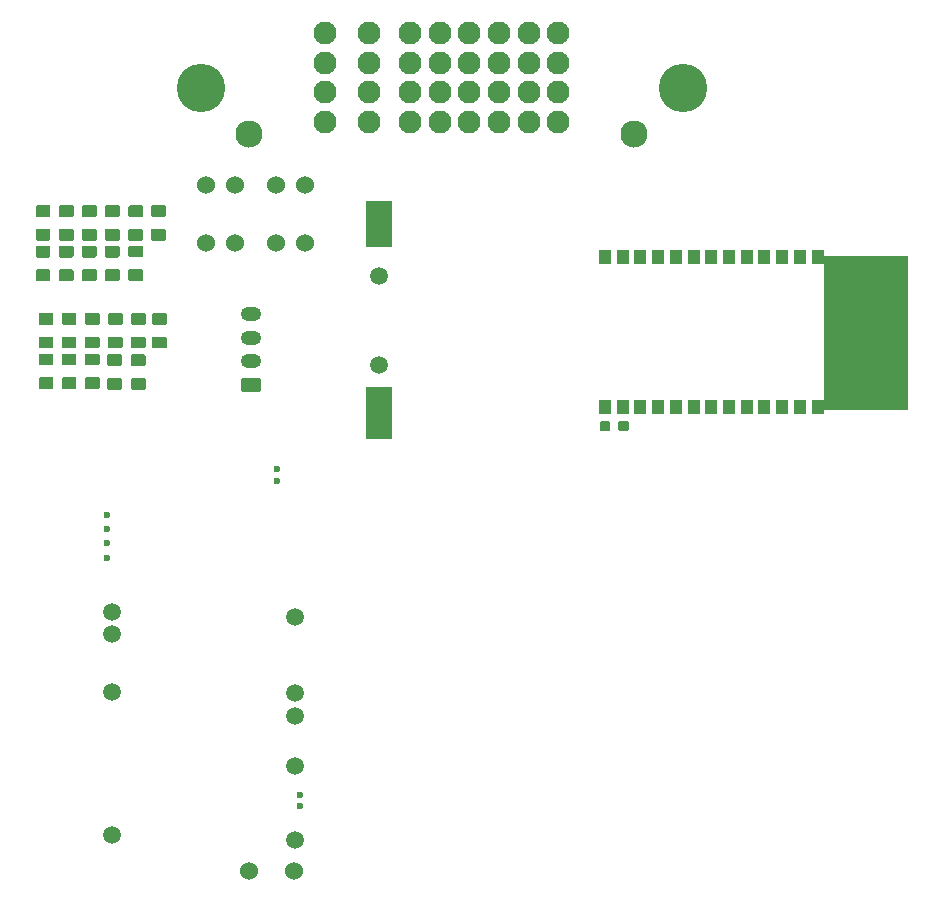
<source format=gbs>
G04 #@! TF.GenerationSoftware,KiCad,Pcbnew,8.0.4-8.0.4-0~ubuntu22.04.1*
G04 #@! TF.CreationDate,2024-07-20T17:29:31+00:00*
G04 #@! TF.ProjectId,PROLT,50524f4c-542e-46b6-9963-61645f706362,rev?*
G04 #@! TF.SameCoordinates,Original*
G04 #@! TF.FileFunction,Soldermask,Bot*
G04 #@! TF.FilePolarity,Negative*
%FSLAX46Y46*%
G04 Gerber Fmt 4.6, Leading zero omitted, Abs format (unit mm)*
G04 Created by KiCad (PCBNEW 8.0.4-8.0.4-0~ubuntu22.04.1) date 2024-07-20 17:29:31*
%MOMM*%
%LPD*%
G01*
G04 APERTURE LIST*
%ADD10C,0.120000*%
%ADD11C,1.524000*%
%ADD12O,1.750000X1.200000*%
%ADD13C,4.100000*%
%ADD14C,2.300000*%
%ADD15C,1.950000*%
%ADD16C,0.600000*%
%ADD17C,1.500000*%
%ADD18R,1.000000X1.300000*%
%ADD19R,2.299995X4.399991*%
%ADD20R,2.299995X3.999992*%
G04 APERTURE END LIST*
D10*
G04 #@! TO.C,U1*
X79400000Y40962500D02*
X72400000Y40962500D01*
X72400000Y53962500D01*
X79400000Y53962500D01*
X79400000Y40962500D01*
G36*
X79400000Y40962500D02*
G01*
X72400000Y40962500D01*
X72400000Y53962500D01*
X79400000Y53962500D01*
X79400000Y40962500D01*
G37*
G04 #@! TD*
D11*
G04 #@! TO.C,F7*
X28400000Y59950000D03*
X28400000Y55050000D03*
G04 #@! TD*
G04 #@! TO.C,J2*
G36*
G01*
X24475000Y42400000D02*
X23225000Y42400000D01*
G75*
G02*
X22975000Y42650000I0J250000D01*
G01*
X22975000Y43350000D01*
G75*
G02*
X23225000Y43600000I250000J0D01*
G01*
X24475000Y43600000D01*
G75*
G02*
X24725000Y43350000I0J-250000D01*
G01*
X24725000Y42650000D01*
G75*
G02*
X24475000Y42400000I-250000J0D01*
G01*
G37*
D12*
X23850000Y45000000D03*
X23850000Y47000000D03*
X23850000Y49000000D03*
G04 #@! TD*
D13*
G04 #@! TO.C,J1*
X60400000Y68150000D03*
D14*
X56300000Y64300000D03*
X23700000Y64300000D03*
D13*
X19600000Y68150000D03*
D15*
X49850000Y65300000D03*
X49850000Y67800000D03*
X49850000Y70300000D03*
X49850000Y72800000D03*
X47350000Y65300000D03*
X47350000Y67800000D03*
X47350000Y70300000D03*
X47350000Y72800000D03*
X44850000Y65300000D03*
X44850000Y67800000D03*
X44850000Y70300000D03*
X44850000Y72800000D03*
X42350000Y65300000D03*
X42350000Y67800000D03*
X42350000Y70300000D03*
X42350000Y72800000D03*
X39850000Y65300000D03*
X39850000Y67800000D03*
X39850000Y70300000D03*
X39850000Y72800000D03*
X37350000Y65300000D03*
X37350000Y67800000D03*
X37350000Y70300000D03*
X37350000Y72800000D03*
X33850000Y65300000D03*
X33850000Y67800000D03*
X33850000Y70300000D03*
X33850000Y72800000D03*
X30150000Y65300000D03*
X30150000Y67800000D03*
X30150000Y70300000D03*
X30150000Y72800000D03*
G04 #@! TD*
D11*
G04 #@! TO.C,F5*
X22500000Y59950000D03*
X22500000Y55050000D03*
G04 #@! TD*
G04 #@! TO.C,R16*
X23695000Y1900000D03*
X27505000Y1900000D03*
G04 #@! TD*
G04 #@! TO.C,F4*
X20000000Y59950000D03*
X20000000Y55050000D03*
G04 #@! TD*
G04 #@! TO.C,F6*
X26000000Y59950000D03*
X26000000Y55050000D03*
G04 #@! TD*
D16*
G04 #@! TO.C,M2*
X11662500Y30800000D03*
X11662500Y32000000D03*
X11662500Y29600000D03*
X11662500Y28400000D03*
X26087500Y34860000D03*
X26087500Y35860000D03*
G04 #@! TD*
D17*
G04 #@! TO.C,M3*
X27574995Y23324999D03*
X27574995Y16925002D03*
X27574995Y15024999D03*
X27574995Y10724999D03*
D16*
X28024994Y8325002D03*
X28024994Y7325001D03*
D17*
X27574995Y4474999D03*
X12074998Y23775001D03*
X12074998Y21925002D03*
X12074998Y16974999D03*
X12074998Y4925001D03*
G04 #@! TD*
G04 #@! TO.C,C6*
G36*
G01*
X14625079Y51814993D02*
X13575079Y51814993D01*
G75*
G02*
X13475079Y51914993I0J100000D01*
G01*
X13475079Y52714993D01*
G75*
G02*
X13575079Y52814993I100000J0D01*
G01*
X14625079Y52814993D01*
G75*
G02*
X14725079Y52714993I0J-100000D01*
G01*
X14725079Y51914993D01*
G75*
G02*
X14625079Y51814993I-100000J0D01*
G01*
G37*
G36*
G01*
X14625079Y53814993D02*
X13575079Y53814993D01*
G75*
G02*
X13475079Y53914993I0J100000D01*
G01*
X13475079Y54714993D01*
G75*
G02*
X13575079Y54814993I100000J0D01*
G01*
X14625079Y54814993D01*
G75*
G02*
X14725079Y54714993I0J-100000D01*
G01*
X14725079Y53914993D01*
G75*
G02*
X14625079Y53814993I-100000J0D01*
G01*
G37*
G04 #@! TD*
G04 #@! TO.C,C11*
G36*
G01*
X10675015Y51800000D02*
X9625015Y51800000D01*
G75*
G02*
X9525015Y51900000I0J100000D01*
G01*
X9525015Y52700000D01*
G75*
G02*
X9625015Y52800000I100000J0D01*
G01*
X10675015Y52800000D01*
G75*
G02*
X10775015Y52700000I0J-100000D01*
G01*
X10775015Y51900000D01*
G75*
G02*
X10675015Y51800000I-100000J0D01*
G01*
G37*
G36*
G01*
X10675015Y53800000D02*
X9625015Y53800000D01*
G75*
G02*
X9525015Y53900000I0J100000D01*
G01*
X9525015Y54700000D01*
G75*
G02*
X9625015Y54800000I100000J0D01*
G01*
X10675015Y54800000D01*
G75*
G02*
X10775015Y54700000I0J-100000D01*
G01*
X10775015Y53900000D01*
G75*
G02*
X10675015Y53800000I-100000J0D01*
G01*
G37*
G04 #@! TD*
G04 #@! TO.C,C4*
G36*
G01*
X9625015Y58230002D02*
X10675015Y58230002D01*
G75*
G02*
X10775015Y58130002I0J-100000D01*
G01*
X10775015Y57330002D01*
G75*
G02*
X10675015Y57230002I-100000J0D01*
G01*
X9625015Y57230002D01*
G75*
G02*
X9525015Y57330002I0J100000D01*
G01*
X9525015Y58130002D01*
G75*
G02*
X9625015Y58230002I100000J0D01*
G01*
G37*
G36*
G01*
X9625015Y56230002D02*
X10675015Y56230002D01*
G75*
G02*
X10775015Y56130002I0J-100000D01*
G01*
X10775015Y55330002D01*
G75*
G02*
X10675015Y55230002I-100000J0D01*
G01*
X9625015Y55230002D01*
G75*
G02*
X9525015Y55330002I0J100000D01*
G01*
X9525015Y56130002D01*
G75*
G02*
X9625015Y56230002I100000J0D01*
G01*
G37*
G04 #@! TD*
G04 #@! TO.C,C18*
G36*
G01*
X9875000Y49100000D02*
X10925000Y49100000D01*
G75*
G02*
X11025000Y49000000I0J-100000D01*
G01*
X11025000Y48200000D01*
G75*
G02*
X10925000Y48100000I-100000J0D01*
G01*
X9875000Y48100000D01*
G75*
G02*
X9775000Y48200000I0J100000D01*
G01*
X9775000Y49000000D01*
G75*
G02*
X9875000Y49100000I100000J0D01*
G01*
G37*
G36*
G01*
X9875000Y47100000D02*
X10925000Y47100000D01*
G75*
G02*
X11025000Y47000000I0J-100000D01*
G01*
X11025000Y46200000D01*
G75*
G02*
X10925000Y46100000I-100000J0D01*
G01*
X9875000Y46100000D01*
G75*
G02*
X9775000Y46200000I0J100000D01*
G01*
X9775000Y47000000D01*
G75*
G02*
X9875000Y47100000I100000J0D01*
G01*
G37*
G04 #@! TD*
D18*
G04 #@! TO.C,U1*
X71825000Y41112500D03*
X70325000Y41112500D03*
X68825000Y41112500D03*
X67325000Y41112500D03*
X65825000Y41112500D03*
X64325000Y41112500D03*
X62825000Y41112500D03*
X61325000Y41112500D03*
X59825000Y41112500D03*
X58325000Y41112500D03*
X56825000Y41112500D03*
X55325000Y41112500D03*
X53825000Y41112500D03*
X53825000Y53812500D03*
X55325000Y53812500D03*
X56825000Y53812500D03*
X58325000Y53812500D03*
X59825000Y53812500D03*
X61325000Y53812500D03*
X62825000Y53812500D03*
X64325000Y53812500D03*
X65825000Y53812500D03*
X67325000Y53812500D03*
X68825000Y53812500D03*
X70325000Y53812500D03*
X71825000Y53812500D03*
G04 #@! TD*
G04 #@! TO.C,C28*
G36*
G01*
X53384999Y39160000D02*
X53384999Y39840000D01*
G75*
G02*
X53469999Y39925000I85000J0D01*
G01*
X54149999Y39925000D01*
G75*
G02*
X54234999Y39840000I0J-85000D01*
G01*
X54234999Y39160000D01*
G75*
G02*
X54149999Y39075000I-85000J0D01*
G01*
X53469999Y39075000D01*
G75*
G02*
X53384999Y39160000I0J85000D01*
G01*
G37*
G36*
G01*
X54965001Y39160000D02*
X54965001Y39840000D01*
G75*
G02*
X55050001Y39925000I85000J0D01*
G01*
X55730001Y39925000D01*
G75*
G02*
X55815001Y39840000I0J-85000D01*
G01*
X55815001Y39160000D01*
G75*
G02*
X55730001Y39075000I-85000J0D01*
G01*
X55050001Y39075000D01*
G75*
G02*
X54965001Y39160000I0J85000D01*
G01*
G37*
G04 #@! TD*
G04 #@! TO.C,C25*
G36*
G01*
X10925000Y42669998D02*
X9875000Y42669998D01*
G75*
G02*
X9775000Y42769998I0J100000D01*
G01*
X9775000Y43569998D01*
G75*
G02*
X9875000Y43669998I100000J0D01*
G01*
X10925000Y43669998D01*
G75*
G02*
X11025000Y43569998I0J-100000D01*
G01*
X11025000Y42769998D01*
G75*
G02*
X10925000Y42669998I-100000J0D01*
G01*
G37*
G36*
G01*
X10925000Y44669998D02*
X9875000Y44669998D01*
G75*
G02*
X9775000Y44769998I0J100000D01*
G01*
X9775000Y45569998D01*
G75*
G02*
X9875000Y45669998I100000J0D01*
G01*
X10925000Y45669998D01*
G75*
G02*
X11025000Y45569998I0J-100000D01*
G01*
X11025000Y44769998D01*
G75*
G02*
X10925000Y44669998I-100000J0D01*
G01*
G37*
G04 #@! TD*
G04 #@! TO.C,C24*
G36*
G01*
X8975015Y42669998D02*
X7925015Y42669998D01*
G75*
G02*
X7825015Y42769998I0J100000D01*
G01*
X7825015Y43569998D01*
G75*
G02*
X7925015Y43669998I100000J0D01*
G01*
X8975015Y43669998D01*
G75*
G02*
X9075015Y43569998I0J-100000D01*
G01*
X9075015Y42769998D01*
G75*
G02*
X8975015Y42669998I-100000J0D01*
G01*
G37*
G36*
G01*
X8975015Y44669998D02*
X7925015Y44669998D01*
G75*
G02*
X7825015Y44769998I0J100000D01*
G01*
X7825015Y45569998D01*
G75*
G02*
X7925015Y45669998I100000J0D01*
G01*
X8975015Y45669998D01*
G75*
G02*
X9075015Y45569998I0J-100000D01*
G01*
X9075015Y44769998D01*
G75*
G02*
X8975015Y44669998I-100000J0D01*
G01*
G37*
G04 #@! TD*
G04 #@! TO.C,C9*
G36*
G01*
X6775045Y51800000D02*
X5725045Y51800000D01*
G75*
G02*
X5625045Y51900000I0J100000D01*
G01*
X5625045Y52700000D01*
G75*
G02*
X5725045Y52800000I100000J0D01*
G01*
X6775045Y52800000D01*
G75*
G02*
X6875045Y52700000I0J-100000D01*
G01*
X6875045Y51900000D01*
G75*
G02*
X6775045Y51800000I-100000J0D01*
G01*
G37*
G36*
G01*
X6775045Y53800000D02*
X5725045Y53800000D01*
G75*
G02*
X5625045Y53900000I0J100000D01*
G01*
X5625045Y54700000D01*
G75*
G02*
X5725045Y54800000I100000J0D01*
G01*
X6775045Y54800000D01*
G75*
G02*
X6875045Y54700000I0J-100000D01*
G01*
X6875045Y53900000D01*
G75*
G02*
X6775045Y53800000I-100000J0D01*
G01*
G37*
G04 #@! TD*
G04 #@! TO.C,C12*
G36*
G01*
X12625000Y51800000D02*
X11575000Y51800000D01*
G75*
G02*
X11475000Y51900000I0J100000D01*
G01*
X11475000Y52700000D01*
G75*
G02*
X11575000Y52800000I100000J0D01*
G01*
X12625000Y52800000D01*
G75*
G02*
X12725000Y52700000I0J-100000D01*
G01*
X12725000Y51900000D01*
G75*
G02*
X12625000Y51800000I-100000J0D01*
G01*
G37*
G36*
G01*
X12625000Y53800000D02*
X11575000Y53800000D01*
G75*
G02*
X11475000Y53900000I0J100000D01*
G01*
X11475000Y54700000D01*
G75*
G02*
X11575000Y54800000I100000J0D01*
G01*
X12625000Y54800000D01*
G75*
G02*
X12725000Y54700000I0J-100000D01*
G01*
X12725000Y53900000D01*
G75*
G02*
X12625000Y53800000I-100000J0D01*
G01*
G37*
G04 #@! TD*
G04 #@! TO.C,C10*
G36*
G01*
X8725030Y51800000D02*
X7675030Y51800000D01*
G75*
G02*
X7575030Y51900000I0J100000D01*
G01*
X7575030Y52700000D01*
G75*
G02*
X7675030Y52800000I100000J0D01*
G01*
X8725030Y52800000D01*
G75*
G02*
X8825030Y52700000I0J-100000D01*
G01*
X8825030Y51900000D01*
G75*
G02*
X8725030Y51800000I-100000J0D01*
G01*
G37*
G36*
G01*
X8725030Y53800000D02*
X7675030Y53800000D01*
G75*
G02*
X7575030Y53900000I0J100000D01*
G01*
X7575030Y54700000D01*
G75*
G02*
X7675030Y54800000I100000J0D01*
G01*
X8725030Y54800000D01*
G75*
G02*
X8825030Y54700000I0J-100000D01*
G01*
X8825030Y53900000D01*
G75*
G02*
X8725030Y53800000I-100000J0D01*
G01*
G37*
G04 #@! TD*
G04 #@! TO.C,C8*
G36*
G01*
X15475079Y58230002D02*
X16525079Y58230002D01*
G75*
G02*
X16625079Y58130002I0J-100000D01*
G01*
X16625079Y57330002D01*
G75*
G02*
X16525079Y57230002I-100000J0D01*
G01*
X15475079Y57230002D01*
G75*
G02*
X15375079Y57330002I0J100000D01*
G01*
X15375079Y58130002D01*
G75*
G02*
X15475079Y58230002I100000J0D01*
G01*
G37*
G36*
G01*
X15475079Y56230002D02*
X16525079Y56230002D01*
G75*
G02*
X16625079Y56130002I0J-100000D01*
G01*
X16625079Y55330002D01*
G75*
G02*
X16525079Y55230002I-100000J0D01*
G01*
X15475079Y55230002D01*
G75*
G02*
X15375079Y55330002I0J100000D01*
G01*
X15375079Y56130002D01*
G75*
G02*
X15475079Y56230002I100000J0D01*
G01*
G37*
G04 #@! TD*
G04 #@! TO.C,C16*
G36*
G01*
X5975030Y49100000D02*
X7025030Y49100000D01*
G75*
G02*
X7125030Y49000000I0J-100000D01*
G01*
X7125030Y48200000D01*
G75*
G02*
X7025030Y48100000I-100000J0D01*
G01*
X5975030Y48100000D01*
G75*
G02*
X5875030Y48200000I0J100000D01*
G01*
X5875030Y49000000D01*
G75*
G02*
X5975030Y49100000I100000J0D01*
G01*
G37*
G36*
G01*
X5975030Y47100000D02*
X7025030Y47100000D01*
G75*
G02*
X7125030Y47000000I0J-100000D01*
G01*
X7125030Y46200000D01*
G75*
G02*
X7025030Y46100000I-100000J0D01*
G01*
X5975030Y46100000D01*
G75*
G02*
X5875030Y46200000I0J100000D01*
G01*
X5875030Y47000000D01*
G75*
G02*
X5975030Y47100000I100000J0D01*
G01*
G37*
G04 #@! TD*
G04 #@! TO.C,C23*
G36*
G01*
X7025030Y42669998D02*
X5975030Y42669998D01*
G75*
G02*
X5875030Y42769998I0J100000D01*
G01*
X5875030Y43569998D01*
G75*
G02*
X5975030Y43669998I100000J0D01*
G01*
X7025030Y43669998D01*
G75*
G02*
X7125030Y43569998I0J-100000D01*
G01*
X7125030Y42769998D01*
G75*
G02*
X7025030Y42669998I-100000J0D01*
G01*
G37*
G36*
G01*
X7025030Y44669998D02*
X5975030Y44669998D01*
G75*
G02*
X5875030Y44769998I0J100000D01*
G01*
X5875030Y45569998D01*
G75*
G02*
X5975030Y45669998I100000J0D01*
G01*
X7025030Y45669998D01*
G75*
G02*
X7125030Y45569998I0J-100000D01*
G01*
X7125030Y44769998D01*
G75*
G02*
X7025030Y44669998I-100000J0D01*
G01*
G37*
G04 #@! TD*
G04 #@! TO.C,C20*
G36*
G01*
X13774970Y49100000D02*
X14824970Y49100000D01*
G75*
G02*
X14924970Y49000000I0J-100000D01*
G01*
X14924970Y48200000D01*
G75*
G02*
X14824970Y48100000I-100000J0D01*
G01*
X13774970Y48100000D01*
G75*
G02*
X13674970Y48200000I0J100000D01*
G01*
X13674970Y49000000D01*
G75*
G02*
X13774970Y49100000I100000J0D01*
G01*
G37*
G36*
G01*
X13774970Y47100000D02*
X14824970Y47100000D01*
G75*
G02*
X14924970Y47000000I0J-100000D01*
G01*
X14924970Y46200000D01*
G75*
G02*
X14824970Y46100000I-100000J0D01*
G01*
X13774970Y46100000D01*
G75*
G02*
X13674970Y46200000I0J100000D01*
G01*
X13674970Y47000000D01*
G75*
G02*
X13774970Y47100000I100000J0D01*
G01*
G37*
G04 #@! TD*
D17*
G04 #@! TO.C,BT1*
X34700000Y44700000D03*
X34700000Y52199858D03*
D19*
X34700000Y40599906D03*
D20*
X34700000Y56599925D03*
G04 #@! TD*
G04 #@! TO.C,C15*
G36*
G01*
X14825000Y42600000D02*
X13775000Y42600000D01*
G75*
G02*
X13675000Y42700000I0J100000D01*
G01*
X13675000Y43500000D01*
G75*
G02*
X13775000Y43600000I100000J0D01*
G01*
X14825000Y43600000D01*
G75*
G02*
X14925000Y43500000I0J-100000D01*
G01*
X14925000Y42700000D01*
G75*
G02*
X14825000Y42600000I-100000J0D01*
G01*
G37*
G36*
G01*
X14825000Y44600000D02*
X13775000Y44600000D01*
G75*
G02*
X13675000Y44700000I0J100000D01*
G01*
X13675000Y45500000D01*
G75*
G02*
X13775000Y45600000I100000J0D01*
G01*
X14825000Y45600000D01*
G75*
G02*
X14925000Y45500000I0J-100000D01*
G01*
X14925000Y44700000D01*
G75*
G02*
X14825000Y44600000I-100000J0D01*
G01*
G37*
G04 #@! TD*
G04 #@! TO.C,C22*
G36*
G01*
X15575000Y49100000D02*
X16625000Y49100000D01*
G75*
G02*
X16725000Y49000000I0J-100000D01*
G01*
X16725000Y48200000D01*
G75*
G02*
X16625000Y48100000I-100000J0D01*
G01*
X15575000Y48100000D01*
G75*
G02*
X15475000Y48200000I0J100000D01*
G01*
X15475000Y49000000D01*
G75*
G02*
X15575000Y49100000I100000J0D01*
G01*
G37*
G36*
G01*
X15575000Y47100000D02*
X16625000Y47100000D01*
G75*
G02*
X16725000Y47000000I0J-100000D01*
G01*
X16725000Y46200000D01*
G75*
G02*
X16625000Y46100000I-100000J0D01*
G01*
X15575000Y46100000D01*
G75*
G02*
X15475000Y46200000I0J100000D01*
G01*
X15475000Y47000000D01*
G75*
G02*
X15575000Y47100000I100000J0D01*
G01*
G37*
G04 #@! TD*
G04 #@! TO.C,C19*
G36*
G01*
X11824985Y49100000D02*
X12874985Y49100000D01*
G75*
G02*
X12974985Y49000000I0J-100000D01*
G01*
X12974985Y48200000D01*
G75*
G02*
X12874985Y48100000I-100000J0D01*
G01*
X11824985Y48100000D01*
G75*
G02*
X11724985Y48200000I0J100000D01*
G01*
X11724985Y49000000D01*
G75*
G02*
X11824985Y49100000I100000J0D01*
G01*
G37*
G36*
G01*
X11824985Y47100000D02*
X12874985Y47100000D01*
G75*
G02*
X12974985Y47000000I0J-100000D01*
G01*
X12974985Y46200000D01*
G75*
G02*
X12874985Y46100000I-100000J0D01*
G01*
X11824985Y46100000D01*
G75*
G02*
X11724985Y46200000I0J100000D01*
G01*
X11724985Y47000000D01*
G75*
G02*
X11824985Y47100000I100000J0D01*
G01*
G37*
G04 #@! TD*
G04 #@! TO.C,C21*
G36*
G01*
X12825000Y42600000D02*
X11775000Y42600000D01*
G75*
G02*
X11675000Y42700000I0J100000D01*
G01*
X11675000Y43500000D01*
G75*
G02*
X11775000Y43600000I100000J0D01*
G01*
X12825000Y43600000D01*
G75*
G02*
X12925000Y43500000I0J-100000D01*
G01*
X12925000Y42700000D01*
G75*
G02*
X12825000Y42600000I-100000J0D01*
G01*
G37*
G36*
G01*
X12825000Y44600000D02*
X11775000Y44600000D01*
G75*
G02*
X11675000Y44700000I0J100000D01*
G01*
X11675000Y45500000D01*
G75*
G02*
X11775000Y45600000I100000J0D01*
G01*
X12825000Y45600000D01*
G75*
G02*
X12925000Y45500000I0J-100000D01*
G01*
X12925000Y44700000D01*
G75*
G02*
X12825000Y44600000I-100000J0D01*
G01*
G37*
G04 #@! TD*
G04 #@! TO.C,C2*
G36*
G01*
X5725045Y58230002D02*
X6775045Y58230002D01*
G75*
G02*
X6875045Y58130002I0J-100000D01*
G01*
X6875045Y57330002D01*
G75*
G02*
X6775045Y57230002I-100000J0D01*
G01*
X5725045Y57230002D01*
G75*
G02*
X5625045Y57330002I0J100000D01*
G01*
X5625045Y58130002D01*
G75*
G02*
X5725045Y58230002I100000J0D01*
G01*
G37*
G36*
G01*
X5725045Y56230002D02*
X6775045Y56230002D01*
G75*
G02*
X6875045Y56130002I0J-100000D01*
G01*
X6875045Y55330002D01*
G75*
G02*
X6775045Y55230002I-100000J0D01*
G01*
X5725045Y55230002D01*
G75*
G02*
X5625045Y55330002I0J100000D01*
G01*
X5625045Y56130002D01*
G75*
G02*
X5725045Y56230002I100000J0D01*
G01*
G37*
G04 #@! TD*
G04 #@! TO.C,C5*
G36*
G01*
X11575000Y58230002D02*
X12625000Y58230002D01*
G75*
G02*
X12725000Y58130002I0J-100000D01*
G01*
X12725000Y57330002D01*
G75*
G02*
X12625000Y57230002I-100000J0D01*
G01*
X11575000Y57230002D01*
G75*
G02*
X11475000Y57330002I0J100000D01*
G01*
X11475000Y58130002D01*
G75*
G02*
X11575000Y58230002I100000J0D01*
G01*
G37*
G36*
G01*
X11575000Y56230002D02*
X12625000Y56230002D01*
G75*
G02*
X12725000Y56130002I0J-100000D01*
G01*
X12725000Y55330002D01*
G75*
G02*
X12625000Y55230002I-100000J0D01*
G01*
X11575000Y55230002D01*
G75*
G02*
X11475000Y55330002I0J100000D01*
G01*
X11475000Y56130002D01*
G75*
G02*
X11575000Y56230002I100000J0D01*
G01*
G37*
G04 #@! TD*
G04 #@! TO.C,C3*
G36*
G01*
X7675030Y58230002D02*
X8725030Y58230002D01*
G75*
G02*
X8825030Y58130002I0J-100000D01*
G01*
X8825030Y57330002D01*
G75*
G02*
X8725030Y57230002I-100000J0D01*
G01*
X7675030Y57230002D01*
G75*
G02*
X7575030Y57330002I0J100000D01*
G01*
X7575030Y58130002D01*
G75*
G02*
X7675030Y58230002I100000J0D01*
G01*
G37*
G36*
G01*
X7675030Y56230002D02*
X8725030Y56230002D01*
G75*
G02*
X8825030Y56130002I0J-100000D01*
G01*
X8825030Y55330002D01*
G75*
G02*
X8725030Y55230002I-100000J0D01*
G01*
X7675030Y55230002D01*
G75*
G02*
X7575030Y55330002I0J100000D01*
G01*
X7575030Y56130002D01*
G75*
G02*
X7675030Y56230002I100000J0D01*
G01*
G37*
G04 #@! TD*
G04 #@! TO.C,C7*
G36*
G01*
X13575079Y58214993D02*
X14625079Y58214993D01*
G75*
G02*
X14725079Y58114993I0J-100000D01*
G01*
X14725079Y57314993D01*
G75*
G02*
X14625079Y57214993I-100000J0D01*
G01*
X13575079Y57214993D01*
G75*
G02*
X13475079Y57314993I0J100000D01*
G01*
X13475079Y58114993D01*
G75*
G02*
X13575079Y58214993I100000J0D01*
G01*
G37*
G36*
G01*
X13575079Y56214993D02*
X14625079Y56214993D01*
G75*
G02*
X14725079Y56114993I0J-100000D01*
G01*
X14725079Y55314993D01*
G75*
G02*
X14625079Y55214993I-100000J0D01*
G01*
X13575079Y55214993D01*
G75*
G02*
X13475079Y55314993I0J100000D01*
G01*
X13475079Y56114993D01*
G75*
G02*
X13575079Y56214993I100000J0D01*
G01*
G37*
G04 #@! TD*
G04 #@! TO.C,C17*
G36*
G01*
X7925015Y49100000D02*
X8975015Y49100000D01*
G75*
G02*
X9075015Y49000000I0J-100000D01*
G01*
X9075015Y48200000D01*
G75*
G02*
X8975015Y48100000I-100000J0D01*
G01*
X7925015Y48100000D01*
G75*
G02*
X7825015Y48200000I0J100000D01*
G01*
X7825015Y49000000D01*
G75*
G02*
X7925015Y49100000I100000J0D01*
G01*
G37*
G36*
G01*
X7925015Y47100000D02*
X8975015Y47100000D01*
G75*
G02*
X9075015Y47000000I0J-100000D01*
G01*
X9075015Y46200000D01*
G75*
G02*
X8975015Y46100000I-100000J0D01*
G01*
X7925015Y46100000D01*
G75*
G02*
X7825015Y46200000I0J100000D01*
G01*
X7825015Y47000000D01*
G75*
G02*
X7925015Y47100000I100000J0D01*
G01*
G37*
G04 #@! TD*
M02*

</source>
